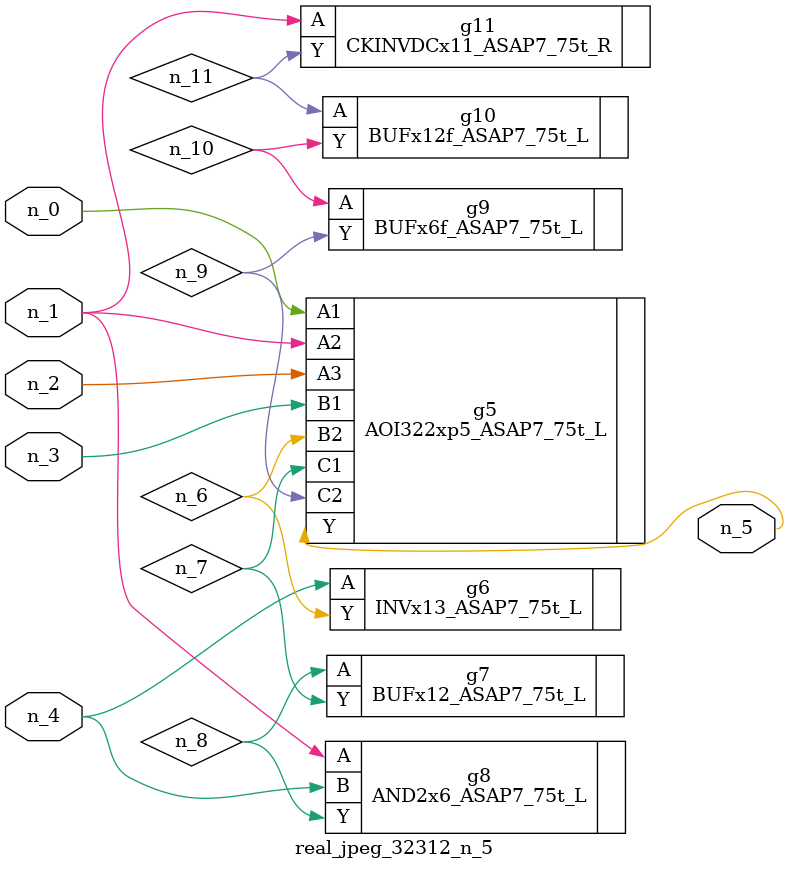
<source format=v>
module real_jpeg_32312_n_5 (n_4, n_0, n_1, n_2, n_3, n_5);

input n_4;
input n_0;
input n_1;
input n_2;
input n_3;

output n_5;

wire n_8;
wire n_11;
wire n_6;
wire n_7;
wire n_10;
wire n_9;

AOI322xp5_ASAP7_75t_L g5 ( 
.A1(n_0),
.A2(n_1),
.A3(n_2),
.B1(n_3),
.B2(n_6),
.C1(n_7),
.C2(n_9),
.Y(n_5)
);

AND2x6_ASAP7_75t_L g8 ( 
.A(n_1),
.B(n_4),
.Y(n_8)
);

CKINVDCx11_ASAP7_75t_R g11 ( 
.A(n_1),
.Y(n_11)
);

INVx13_ASAP7_75t_L g6 ( 
.A(n_4),
.Y(n_6)
);

BUFx12_ASAP7_75t_L g7 ( 
.A(n_8),
.Y(n_7)
);

BUFx6f_ASAP7_75t_L g9 ( 
.A(n_10),
.Y(n_9)
);

BUFx12f_ASAP7_75t_L g10 ( 
.A(n_11),
.Y(n_10)
);


endmodule
</source>
